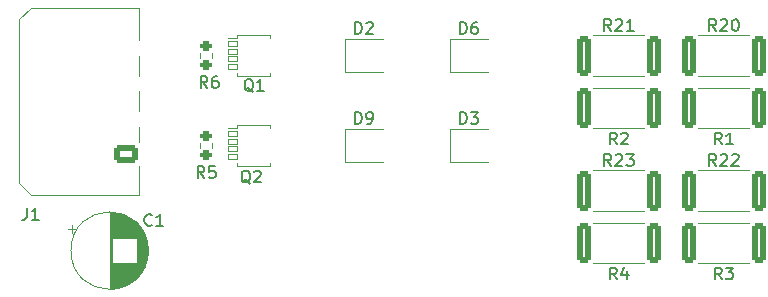
<source format=gto>
%TF.GenerationSoftware,KiCad,Pcbnew,(6.0.5)*%
%TF.CreationDate,2022-06-15T13:59:35+01:00*%
%TF.ProjectId,tsal,7473616c-2e6b-4696-9361-645f70636258,rev?*%
%TF.SameCoordinates,Original*%
%TF.FileFunction,Legend,Top*%
%TF.FilePolarity,Positive*%
%FSLAX46Y46*%
G04 Gerber Fmt 4.6, Leading zero omitted, Abs format (unit mm)*
G04 Created by KiCad (PCBNEW (6.0.5)) date 2022-06-15 13:59:35*
%MOMM*%
%LPD*%
G01*
G04 APERTURE LIST*
G04 Aperture macros list*
%AMRoundRect*
0 Rectangle with rounded corners*
0 $1 Rounding radius*
0 $2 $3 $4 $5 $6 $7 $8 $9 X,Y pos of 4 corners*
0 Add a 4 corners polygon primitive as box body*
4,1,4,$2,$3,$4,$5,$6,$7,$8,$9,$2,$3,0*
0 Add four circle primitives for the rounded corners*
1,1,$1+$1,$2,$3*
1,1,$1+$1,$4,$5*
1,1,$1+$1,$6,$7*
1,1,$1+$1,$8,$9*
0 Add four rect primitives between the rounded corners*
20,1,$1+$1,$2,$3,$4,$5,0*
20,1,$1+$1,$4,$5,$6,$7,0*
20,1,$1+$1,$6,$7,$8,$9,0*
20,1,$1+$1,$8,$9,$2,$3,0*%
%AMFreePoly0*
4,1,43,1.580355,1.210355,1.595000,1.175000,1.595000,0.775000,1.580355,0.739645,1.545000,0.725000,0.975000,0.725000,0.975000,0.575000,1.545000,0.575000,1.580355,0.560355,1.595000,0.525000,1.595000,0.125000,1.580355,0.089645,1.545000,0.075000,0.975000,0.075000,0.975000,-0.075000,1.545000,-0.075000,1.580355,-0.089645,1.595000,-0.125000,1.595000,-0.525000,1.580355,-0.560355,
1.545000,-0.575000,0.975000,-0.575000,0.975000,-0.725000,1.545000,-0.725000,1.580355,-0.739645,1.595000,-0.775000,1.595000,-1.175000,1.580355,-1.210355,1.545000,-1.225000,0.925000,-1.225000,0.889645,-1.210355,0.875000,-1.175000,-0.925000,-1.175000,-0.960355,-1.160355,-0.975000,-1.125000,-0.975000,1.125000,-0.960355,1.160355,-0.925000,1.175000,0.875000,1.175000,0.889645,1.210355,
0.925000,1.225000,1.545000,1.225000,1.580355,1.210355,1.580355,1.210355,$1*%
G04 Aperture macros list end*
%ADD10C,0.150000*%
%ADD11C,0.120000*%
%ADD12C,3.200000*%
%ADD13RoundRect,0.250000X0.362500X1.425000X-0.362500X1.425000X-0.362500X-1.425000X0.362500X-1.425000X0*%
%ADD14RoundRect,0.050000X-0.415000X-0.200000X0.415000X-0.200000X0.415000X0.200000X-0.415000X0.200000X0*%
%ADD15FreePoly0,0.000000*%
%ADD16C,3.000000*%
%ADD17RoundRect,0.250001X0.759999X-0.499999X0.759999X0.499999X-0.759999X0.499999X-0.759999X-0.499999X0*%
%ADD18O,2.020000X1.500000*%
%ADD19RoundRect,0.200000X0.275000X-0.200000X0.275000X0.200000X-0.275000X0.200000X-0.275000X-0.200000X0*%
%ADD20R,1.000000X2.100000*%
%ADD21R,2.100000X2.100000*%
%ADD22R,1.600000X1.600000*%
%ADD23C,1.600000*%
G04 APERTURE END LIST*
D10*
%TO.C,R20*%
X118102142Y-131262380D02*
X117768809Y-130786190D01*
X117530714Y-131262380D02*
X117530714Y-130262380D01*
X117911666Y-130262380D01*
X118006904Y-130310000D01*
X118054523Y-130357619D01*
X118102142Y-130452857D01*
X118102142Y-130595714D01*
X118054523Y-130690952D01*
X118006904Y-130738571D01*
X117911666Y-130786190D01*
X117530714Y-130786190D01*
X118483095Y-130357619D02*
X118530714Y-130310000D01*
X118625952Y-130262380D01*
X118864047Y-130262380D01*
X118959285Y-130310000D01*
X119006904Y-130357619D01*
X119054523Y-130452857D01*
X119054523Y-130548095D01*
X119006904Y-130690952D01*
X118435476Y-131262380D01*
X119054523Y-131262380D01*
X119673571Y-130262380D02*
X119768809Y-130262380D01*
X119864047Y-130310000D01*
X119911666Y-130357619D01*
X119959285Y-130452857D01*
X120006904Y-130643333D01*
X120006904Y-130881428D01*
X119959285Y-131071904D01*
X119911666Y-131167142D01*
X119864047Y-131214761D01*
X119768809Y-131262380D01*
X119673571Y-131262380D01*
X119578333Y-131214761D01*
X119530714Y-131167142D01*
X119483095Y-131071904D01*
X119435476Y-130881428D01*
X119435476Y-130643333D01*
X119483095Y-130452857D01*
X119530714Y-130357619D01*
X119578333Y-130310000D01*
X119673571Y-130262380D01*
%TO.C,Q1*%
X78898761Y-136437619D02*
X78803523Y-136390000D01*
X78708285Y-136294761D01*
X78565428Y-136151904D01*
X78470190Y-136104285D01*
X78374952Y-136104285D01*
X78422571Y-136342380D02*
X78327333Y-136294761D01*
X78232095Y-136199523D01*
X78184476Y-136009047D01*
X78184476Y-135675714D01*
X78232095Y-135485238D01*
X78327333Y-135390000D01*
X78422571Y-135342380D01*
X78613047Y-135342380D01*
X78708285Y-135390000D01*
X78803523Y-135485238D01*
X78851142Y-135675714D01*
X78851142Y-136009047D01*
X78803523Y-136199523D01*
X78708285Y-136294761D01*
X78613047Y-136342380D01*
X78422571Y-136342380D01*
X79803523Y-136342380D02*
X79232095Y-136342380D01*
X79517809Y-136342380D02*
X79517809Y-135342380D01*
X79422571Y-135485238D01*
X79327333Y-135580476D01*
X79232095Y-135628095D01*
%TO.C,J1*%
X59741666Y-146264380D02*
X59741666Y-146978666D01*
X59694047Y-147121523D01*
X59598809Y-147216761D01*
X59455952Y-147264380D01*
X59360714Y-147264380D01*
X60741666Y-147264380D02*
X60170238Y-147264380D01*
X60455952Y-147264380D02*
X60455952Y-146264380D01*
X60360714Y-146407238D01*
X60265476Y-146502476D01*
X60170238Y-146550095D01*
%TO.C,R5*%
X74763333Y-143708380D02*
X74430000Y-143232190D01*
X74191904Y-143708380D02*
X74191904Y-142708380D01*
X74572857Y-142708380D01*
X74668095Y-142756000D01*
X74715714Y-142803619D01*
X74763333Y-142898857D01*
X74763333Y-143041714D01*
X74715714Y-143136952D01*
X74668095Y-143184571D01*
X74572857Y-143232190D01*
X74191904Y-143232190D01*
X75668095Y-142708380D02*
X75191904Y-142708380D01*
X75144285Y-143184571D01*
X75191904Y-143136952D01*
X75287142Y-143089333D01*
X75525238Y-143089333D01*
X75620476Y-143136952D01*
X75668095Y-143184571D01*
X75715714Y-143279809D01*
X75715714Y-143517904D01*
X75668095Y-143613142D01*
X75620476Y-143660761D01*
X75525238Y-143708380D01*
X75287142Y-143708380D01*
X75191904Y-143660761D01*
X75144285Y-143613142D01*
%TO.C,R2*%
X109688333Y-140867380D02*
X109355000Y-140391190D01*
X109116904Y-140867380D02*
X109116904Y-139867380D01*
X109497857Y-139867380D01*
X109593095Y-139915000D01*
X109640714Y-139962619D01*
X109688333Y-140057857D01*
X109688333Y-140200714D01*
X109640714Y-140295952D01*
X109593095Y-140343571D01*
X109497857Y-140391190D01*
X109116904Y-140391190D01*
X110069285Y-139962619D02*
X110116904Y-139915000D01*
X110212142Y-139867380D01*
X110450238Y-139867380D01*
X110545476Y-139915000D01*
X110593095Y-139962619D01*
X110640714Y-140057857D01*
X110640714Y-140153095D01*
X110593095Y-140295952D01*
X110021666Y-140867380D01*
X110640714Y-140867380D01*
%TO.C,D9*%
X87526904Y-139142380D02*
X87526904Y-138142380D01*
X87765000Y-138142380D01*
X87907857Y-138190000D01*
X88003095Y-138285238D01*
X88050714Y-138380476D01*
X88098333Y-138570952D01*
X88098333Y-138713809D01*
X88050714Y-138904285D01*
X88003095Y-138999523D01*
X87907857Y-139094761D01*
X87765000Y-139142380D01*
X87526904Y-139142380D01*
X88574523Y-139142380D02*
X88765000Y-139142380D01*
X88860238Y-139094761D01*
X88907857Y-139047142D01*
X89003095Y-138904285D01*
X89050714Y-138713809D01*
X89050714Y-138332857D01*
X89003095Y-138237619D01*
X88955476Y-138190000D01*
X88860238Y-138142380D01*
X88669761Y-138142380D01*
X88574523Y-138190000D01*
X88526904Y-138237619D01*
X88479285Y-138332857D01*
X88479285Y-138570952D01*
X88526904Y-138666190D01*
X88574523Y-138713809D01*
X88669761Y-138761428D01*
X88860238Y-138761428D01*
X88955476Y-138713809D01*
X89003095Y-138666190D01*
X89050714Y-138570952D01*
%TO.C,R3*%
X118578333Y-152297380D02*
X118245000Y-151821190D01*
X118006904Y-152297380D02*
X118006904Y-151297380D01*
X118387857Y-151297380D01*
X118483095Y-151345000D01*
X118530714Y-151392619D01*
X118578333Y-151487857D01*
X118578333Y-151630714D01*
X118530714Y-151725952D01*
X118483095Y-151773571D01*
X118387857Y-151821190D01*
X118006904Y-151821190D01*
X118911666Y-151297380D02*
X119530714Y-151297380D01*
X119197380Y-151678333D01*
X119340238Y-151678333D01*
X119435476Y-151725952D01*
X119483095Y-151773571D01*
X119530714Y-151868809D01*
X119530714Y-152106904D01*
X119483095Y-152202142D01*
X119435476Y-152249761D01*
X119340238Y-152297380D01*
X119054523Y-152297380D01*
X118959285Y-152249761D01*
X118911666Y-152202142D01*
%TO.C,D3*%
X96416904Y-139142380D02*
X96416904Y-138142380D01*
X96655000Y-138142380D01*
X96797857Y-138190000D01*
X96893095Y-138285238D01*
X96940714Y-138380476D01*
X96988333Y-138570952D01*
X96988333Y-138713809D01*
X96940714Y-138904285D01*
X96893095Y-138999523D01*
X96797857Y-139094761D01*
X96655000Y-139142380D01*
X96416904Y-139142380D01*
X97321666Y-138142380D02*
X97940714Y-138142380D01*
X97607380Y-138523333D01*
X97750238Y-138523333D01*
X97845476Y-138570952D01*
X97893095Y-138618571D01*
X97940714Y-138713809D01*
X97940714Y-138951904D01*
X97893095Y-139047142D01*
X97845476Y-139094761D01*
X97750238Y-139142380D01*
X97464523Y-139142380D01*
X97369285Y-139094761D01*
X97321666Y-139047142D01*
%TO.C,R22*%
X118102142Y-142692380D02*
X117768809Y-142216190D01*
X117530714Y-142692380D02*
X117530714Y-141692380D01*
X117911666Y-141692380D01*
X118006904Y-141740000D01*
X118054523Y-141787619D01*
X118102142Y-141882857D01*
X118102142Y-142025714D01*
X118054523Y-142120952D01*
X118006904Y-142168571D01*
X117911666Y-142216190D01*
X117530714Y-142216190D01*
X118483095Y-141787619D02*
X118530714Y-141740000D01*
X118625952Y-141692380D01*
X118864047Y-141692380D01*
X118959285Y-141740000D01*
X119006904Y-141787619D01*
X119054523Y-141882857D01*
X119054523Y-141978095D01*
X119006904Y-142120952D01*
X118435476Y-142692380D01*
X119054523Y-142692380D01*
X119435476Y-141787619D02*
X119483095Y-141740000D01*
X119578333Y-141692380D01*
X119816428Y-141692380D01*
X119911666Y-141740000D01*
X119959285Y-141787619D01*
X120006904Y-141882857D01*
X120006904Y-141978095D01*
X119959285Y-142120952D01*
X119387857Y-142692380D01*
X120006904Y-142692380D01*
%TO.C,R4*%
X109688333Y-152297380D02*
X109355000Y-151821190D01*
X109116904Y-152297380D02*
X109116904Y-151297380D01*
X109497857Y-151297380D01*
X109593095Y-151345000D01*
X109640714Y-151392619D01*
X109688333Y-151487857D01*
X109688333Y-151630714D01*
X109640714Y-151725952D01*
X109593095Y-151773571D01*
X109497857Y-151821190D01*
X109116904Y-151821190D01*
X110545476Y-151630714D02*
X110545476Y-152297380D01*
X110307380Y-151249761D02*
X110069285Y-151964047D01*
X110688333Y-151964047D01*
%TO.C,R23*%
X109212142Y-142692380D02*
X108878809Y-142216190D01*
X108640714Y-142692380D02*
X108640714Y-141692380D01*
X109021666Y-141692380D01*
X109116904Y-141740000D01*
X109164523Y-141787619D01*
X109212142Y-141882857D01*
X109212142Y-142025714D01*
X109164523Y-142120952D01*
X109116904Y-142168571D01*
X109021666Y-142216190D01*
X108640714Y-142216190D01*
X109593095Y-141787619D02*
X109640714Y-141740000D01*
X109735952Y-141692380D01*
X109974047Y-141692380D01*
X110069285Y-141740000D01*
X110116904Y-141787619D01*
X110164523Y-141882857D01*
X110164523Y-141978095D01*
X110116904Y-142120952D01*
X109545476Y-142692380D01*
X110164523Y-142692380D01*
X110497857Y-141692380D02*
X111116904Y-141692380D01*
X110783571Y-142073333D01*
X110926428Y-142073333D01*
X111021666Y-142120952D01*
X111069285Y-142168571D01*
X111116904Y-142263809D01*
X111116904Y-142501904D01*
X111069285Y-142597142D01*
X111021666Y-142644761D01*
X110926428Y-142692380D01*
X110640714Y-142692380D01*
X110545476Y-142644761D01*
X110497857Y-142597142D01*
%TO.C,R21*%
X109212142Y-131262380D02*
X108878809Y-130786190D01*
X108640714Y-131262380D02*
X108640714Y-130262380D01*
X109021666Y-130262380D01*
X109116904Y-130310000D01*
X109164523Y-130357619D01*
X109212142Y-130452857D01*
X109212142Y-130595714D01*
X109164523Y-130690952D01*
X109116904Y-130738571D01*
X109021666Y-130786190D01*
X108640714Y-130786190D01*
X109593095Y-130357619D02*
X109640714Y-130310000D01*
X109735952Y-130262380D01*
X109974047Y-130262380D01*
X110069285Y-130310000D01*
X110116904Y-130357619D01*
X110164523Y-130452857D01*
X110164523Y-130548095D01*
X110116904Y-130690952D01*
X109545476Y-131262380D01*
X110164523Y-131262380D01*
X111116904Y-131262380D02*
X110545476Y-131262380D01*
X110831190Y-131262380D02*
X110831190Y-130262380D01*
X110735952Y-130405238D01*
X110640714Y-130500476D01*
X110545476Y-130548095D01*
%TO.C,R6*%
X75017333Y-136088380D02*
X74684000Y-135612190D01*
X74445904Y-136088380D02*
X74445904Y-135088380D01*
X74826857Y-135088380D01*
X74922095Y-135136000D01*
X74969714Y-135183619D01*
X75017333Y-135278857D01*
X75017333Y-135421714D01*
X74969714Y-135516952D01*
X74922095Y-135564571D01*
X74826857Y-135612190D01*
X74445904Y-135612190D01*
X75874476Y-135088380D02*
X75684000Y-135088380D01*
X75588761Y-135136000D01*
X75541142Y-135183619D01*
X75445904Y-135326476D01*
X75398285Y-135516952D01*
X75398285Y-135897904D01*
X75445904Y-135993142D01*
X75493523Y-136040761D01*
X75588761Y-136088380D01*
X75779238Y-136088380D01*
X75874476Y-136040761D01*
X75922095Y-135993142D01*
X75969714Y-135897904D01*
X75969714Y-135659809D01*
X75922095Y-135564571D01*
X75874476Y-135516952D01*
X75779238Y-135469333D01*
X75588761Y-135469333D01*
X75493523Y-135516952D01*
X75445904Y-135564571D01*
X75398285Y-135659809D01*
%TO.C,R1*%
X118578333Y-140867380D02*
X118245000Y-140391190D01*
X118006904Y-140867380D02*
X118006904Y-139867380D01*
X118387857Y-139867380D01*
X118483095Y-139915000D01*
X118530714Y-139962619D01*
X118578333Y-140057857D01*
X118578333Y-140200714D01*
X118530714Y-140295952D01*
X118483095Y-140343571D01*
X118387857Y-140391190D01*
X118006904Y-140391190D01*
X119530714Y-140867380D02*
X118959285Y-140867380D01*
X119245000Y-140867380D02*
X119245000Y-139867380D01*
X119149761Y-140010238D01*
X119054523Y-140105476D01*
X118959285Y-140153095D01*
%TO.C,Q2*%
X78644761Y-144184619D02*
X78549523Y-144137000D01*
X78454285Y-144041761D01*
X78311428Y-143898904D01*
X78216190Y-143851285D01*
X78120952Y-143851285D01*
X78168571Y-144089380D02*
X78073333Y-144041761D01*
X77978095Y-143946523D01*
X77930476Y-143756047D01*
X77930476Y-143422714D01*
X77978095Y-143232238D01*
X78073333Y-143137000D01*
X78168571Y-143089380D01*
X78359047Y-143089380D01*
X78454285Y-143137000D01*
X78549523Y-143232238D01*
X78597142Y-143422714D01*
X78597142Y-143756047D01*
X78549523Y-143946523D01*
X78454285Y-144041761D01*
X78359047Y-144089380D01*
X78168571Y-144089380D01*
X78978095Y-143184619D02*
X79025714Y-143137000D01*
X79120952Y-143089380D01*
X79359047Y-143089380D01*
X79454285Y-143137000D01*
X79501904Y-143184619D01*
X79549523Y-143279857D01*
X79549523Y-143375095D01*
X79501904Y-143517952D01*
X78930476Y-144089380D01*
X79549523Y-144089380D01*
%TO.C,C1*%
X70318333Y-147677142D02*
X70270714Y-147724761D01*
X70127857Y-147772380D01*
X70032619Y-147772380D01*
X69889761Y-147724761D01*
X69794523Y-147629523D01*
X69746904Y-147534285D01*
X69699285Y-147343809D01*
X69699285Y-147200952D01*
X69746904Y-147010476D01*
X69794523Y-146915238D01*
X69889761Y-146820000D01*
X70032619Y-146772380D01*
X70127857Y-146772380D01*
X70270714Y-146820000D01*
X70318333Y-146867619D01*
X71270714Y-147772380D02*
X70699285Y-147772380D01*
X70985000Y-147772380D02*
X70985000Y-146772380D01*
X70889761Y-146915238D01*
X70794523Y-147010476D01*
X70699285Y-147058095D01*
%TO.C,D2*%
X87526904Y-131522380D02*
X87526904Y-130522380D01*
X87765000Y-130522380D01*
X87907857Y-130570000D01*
X88003095Y-130665238D01*
X88050714Y-130760476D01*
X88098333Y-130950952D01*
X88098333Y-131093809D01*
X88050714Y-131284285D01*
X88003095Y-131379523D01*
X87907857Y-131474761D01*
X87765000Y-131522380D01*
X87526904Y-131522380D01*
X88479285Y-130617619D02*
X88526904Y-130570000D01*
X88622142Y-130522380D01*
X88860238Y-130522380D01*
X88955476Y-130570000D01*
X89003095Y-130617619D01*
X89050714Y-130712857D01*
X89050714Y-130808095D01*
X89003095Y-130950952D01*
X88431666Y-131522380D01*
X89050714Y-131522380D01*
%TO.C,D6*%
X96416904Y-131522380D02*
X96416904Y-130522380D01*
X96655000Y-130522380D01*
X96797857Y-130570000D01*
X96893095Y-130665238D01*
X96940714Y-130760476D01*
X96988333Y-130950952D01*
X96988333Y-131093809D01*
X96940714Y-131284285D01*
X96893095Y-131379523D01*
X96797857Y-131474761D01*
X96655000Y-131522380D01*
X96416904Y-131522380D01*
X97845476Y-130522380D02*
X97655000Y-130522380D01*
X97559761Y-130570000D01*
X97512142Y-130617619D01*
X97416904Y-130760476D01*
X97369285Y-130950952D01*
X97369285Y-131331904D01*
X97416904Y-131427142D01*
X97464523Y-131474761D01*
X97559761Y-131522380D01*
X97750238Y-131522380D01*
X97845476Y-131474761D01*
X97893095Y-131427142D01*
X97940714Y-131331904D01*
X97940714Y-131093809D01*
X97893095Y-130998571D01*
X97845476Y-130950952D01*
X97750238Y-130903333D01*
X97559761Y-130903333D01*
X97464523Y-130950952D01*
X97416904Y-130998571D01*
X97369285Y-131093809D01*
D11*
%TO.C,R20*%
X120922064Y-131640000D02*
X116567936Y-131640000D01*
X120922064Y-135060000D02*
X116567936Y-135060000D01*
%TO.C,Q1*%
X77520000Y-131580000D02*
X77520000Y-131875000D01*
X80360000Y-131580000D02*
X77520000Y-131580000D01*
X77520000Y-135120000D02*
X80360000Y-135120000D01*
X76790000Y-131875000D02*
X77520000Y-131875000D01*
X80360000Y-131875000D02*
X80360000Y-131580000D01*
X80360000Y-135120000D02*
X80360000Y-134825000D01*
X77520000Y-134825000D02*
X77520000Y-135120000D01*
%TO.C,J1*%
X60075000Y-145150000D02*
X59075000Y-144150000D01*
X69195000Y-140705000D02*
X69195000Y-139366767D01*
X69195000Y-138063233D02*
X69195000Y-136366767D01*
X69195000Y-145150000D02*
X60075000Y-145150000D01*
X59075000Y-144150000D02*
X59075000Y-130280000D01*
X60075000Y-129280000D02*
X69195000Y-129280000D01*
X59075000Y-130280000D02*
X60075000Y-129280000D01*
X69195000Y-135063233D02*
X69195000Y-133366767D01*
X69195000Y-145150000D02*
X69195000Y-142725000D01*
X69195000Y-129280000D02*
X69195000Y-132063233D01*
%TO.C,R5*%
X74407500Y-141207258D02*
X74407500Y-140732742D01*
X75452500Y-141207258D02*
X75452500Y-140732742D01*
%TO.C,R2*%
X112032064Y-139505000D02*
X107677936Y-139505000D01*
X112032064Y-136085000D02*
X107677936Y-136085000D01*
%TO.C,D9*%
X86665000Y-142370000D02*
X89865000Y-142370000D01*
X89865000Y-139570000D02*
X86665000Y-139570000D01*
X86665000Y-139570000D02*
X86665000Y-142370000D01*
%TO.C,R3*%
X120922064Y-150935000D02*
X116567936Y-150935000D01*
X120922064Y-147515000D02*
X116567936Y-147515000D01*
%TO.C,D3*%
X95555000Y-139570000D02*
X95555000Y-142370000D01*
X95555000Y-142370000D02*
X98755000Y-142370000D01*
X98755000Y-139570000D02*
X95555000Y-139570000D01*
%TO.C,R22*%
X120922064Y-143070000D02*
X116567936Y-143070000D01*
X120922064Y-146490000D02*
X116567936Y-146490000D01*
%TO.C,R4*%
X112032064Y-147515000D02*
X107677936Y-147515000D01*
X112032064Y-150935000D02*
X107677936Y-150935000D01*
%TO.C,R23*%
X112032064Y-143070000D02*
X107677936Y-143070000D01*
X112032064Y-146490000D02*
X107677936Y-146490000D01*
%TO.C,R21*%
X112032064Y-131640000D02*
X107677936Y-131640000D01*
X112032064Y-135060000D02*
X107677936Y-135060000D01*
%TO.C,R6*%
X74407500Y-133587258D02*
X74407500Y-133112742D01*
X75452500Y-133587258D02*
X75452500Y-133112742D01*
%TO.C,R1*%
X120922064Y-136085000D02*
X116567936Y-136085000D01*
X120922064Y-139505000D02*
X116567936Y-139505000D01*
%TO.C,Q2*%
X76790000Y-139495000D02*
X77520000Y-139495000D01*
X80360000Y-142740000D02*
X80360000Y-142445000D01*
X77520000Y-139200000D02*
X77520000Y-139495000D01*
X77520000Y-142740000D02*
X80360000Y-142740000D01*
X77520000Y-142445000D02*
X77520000Y-142740000D01*
X80360000Y-139495000D02*
X80360000Y-139200000D01*
X80360000Y-139200000D02*
X77520000Y-139200000D01*
%TO.C,C1*%
X66742621Y-146630000D02*
X66742621Y-153090000D01*
X67663621Y-146762000D02*
X67663621Y-148820000D01*
X68463621Y-150900000D02*
X68463621Y-152602000D01*
X68743621Y-150900000D02*
X68743621Y-152408000D01*
X67623621Y-146750000D02*
X67623621Y-148820000D01*
X68783621Y-147344000D02*
X68783621Y-148820000D01*
X67863621Y-150900000D02*
X67863621Y-152893000D01*
X69223621Y-147768000D02*
X69223621Y-151952000D01*
X69463621Y-148084000D02*
X69463621Y-151636000D01*
X68223621Y-146984000D02*
X68223621Y-148820000D01*
X67823621Y-146813000D02*
X67823621Y-148820000D01*
X68703621Y-150900000D02*
X68703621Y-152438000D01*
X68863621Y-150900000D02*
X68863621Y-152310000D01*
X68103621Y-146926000D02*
X68103621Y-148820000D01*
X68143621Y-150900000D02*
X68143621Y-152776000D01*
X67182621Y-150900000D02*
X67182621Y-153061000D01*
X67262621Y-150900000D02*
X67262621Y-153049000D01*
X67342621Y-150900000D02*
X67342621Y-153035000D01*
X68623621Y-150900000D02*
X68623621Y-152496000D01*
X68983621Y-150900000D02*
X68983621Y-152203000D01*
X69103621Y-147636000D02*
X69103621Y-152084000D01*
X67743621Y-150900000D02*
X67743621Y-152934000D01*
X68383621Y-150900000D02*
X68383621Y-152650000D01*
X67903621Y-146842000D02*
X67903621Y-148820000D01*
X68823621Y-150900000D02*
X68823621Y-152344000D01*
X68183621Y-146964000D02*
X68183621Y-148820000D01*
X68463621Y-147118000D02*
X68463621Y-148820000D01*
X67382621Y-150900000D02*
X67382621Y-153027000D01*
X69023621Y-150900000D02*
X69023621Y-152165000D01*
X68423621Y-150900000D02*
X68423621Y-152626000D01*
X63242380Y-148021000D02*
X63872380Y-148021000D01*
X67903621Y-150900000D02*
X67903621Y-152878000D01*
X67382621Y-146693000D02*
X67382621Y-148820000D01*
X67302621Y-150900000D02*
X67302621Y-153042000D01*
X68143621Y-146944000D02*
X68143621Y-148820000D01*
X68663621Y-150900000D02*
X68663621Y-152467000D01*
X68623621Y-147224000D02*
X68623621Y-148820000D01*
X67983621Y-150900000D02*
X67983621Y-152846000D01*
X67262621Y-146671000D02*
X67262621Y-148820000D01*
X69183621Y-147723000D02*
X69183621Y-151997000D01*
X67503621Y-150900000D02*
X67503621Y-153001000D01*
X67543621Y-146729000D02*
X67543621Y-148820000D01*
X68423621Y-147094000D02*
X68423621Y-148820000D01*
X68263621Y-150900000D02*
X68263621Y-152716000D01*
X66982621Y-150900000D02*
X66982621Y-153082000D01*
X67022621Y-150900000D02*
X67022621Y-153078000D01*
X67222621Y-150900000D02*
X67222621Y-153055000D01*
X63557380Y-147706000D02*
X63557380Y-148336000D01*
X68303621Y-147026000D02*
X68303621Y-148820000D01*
X69303621Y-147865000D02*
X69303621Y-151855000D01*
X67142621Y-150900000D02*
X67142621Y-153066000D01*
X67182621Y-146659000D02*
X67182621Y-148820000D01*
X68543621Y-150900000D02*
X68543621Y-152550000D01*
X66822621Y-146630000D02*
X66822621Y-153090000D01*
X67663621Y-150900000D02*
X67663621Y-152958000D01*
X67783621Y-150900000D02*
X67783621Y-152921000D01*
X69343621Y-147916000D02*
X69343621Y-151804000D01*
X68503621Y-150900000D02*
X68503621Y-152576000D01*
X67823621Y-150900000D02*
X67823621Y-152907000D01*
X69583621Y-148279000D02*
X69583621Y-151441000D01*
X67302621Y-146678000D02*
X67302621Y-148820000D01*
X67062621Y-146645000D02*
X67062621Y-148820000D01*
X67222621Y-146665000D02*
X67222621Y-148820000D01*
X69383621Y-147970000D02*
X69383621Y-151750000D01*
X67422621Y-146701000D02*
X67422621Y-148820000D01*
X68383621Y-147070000D02*
X68383621Y-148820000D01*
X69623621Y-148351000D02*
X69623621Y-151369000D01*
X68943621Y-150900000D02*
X68943621Y-152240000D01*
X68223621Y-150900000D02*
X68223621Y-152736000D01*
X67583621Y-150900000D02*
X67583621Y-152981000D01*
X67342621Y-146685000D02*
X67342621Y-148820000D01*
X68263621Y-147004000D02*
X68263621Y-148820000D01*
X67743621Y-146786000D02*
X67743621Y-148820000D01*
X68343621Y-147048000D02*
X68343621Y-148820000D01*
X67863621Y-146827000D02*
X67863621Y-148820000D01*
X68023621Y-146890000D02*
X68023621Y-148820000D01*
X68663621Y-147253000D02*
X68663621Y-148820000D01*
X68343621Y-150900000D02*
X68343621Y-152672000D01*
X66982621Y-146638000D02*
X66982621Y-148820000D01*
X69743621Y-148598000D02*
X69743621Y-151122000D01*
X68063621Y-150900000D02*
X68063621Y-152812000D01*
X67142621Y-146654000D02*
X67142621Y-148820000D01*
X69423621Y-148026000D02*
X69423621Y-151694000D01*
X67102621Y-150900000D02*
X67102621Y-153071000D01*
X66902621Y-146633000D02*
X66902621Y-153087000D01*
X67703621Y-146774000D02*
X67703621Y-148820000D01*
X68103621Y-150900000D02*
X68103621Y-152794000D01*
X68823621Y-147376000D02*
X68823621Y-148820000D01*
X69663621Y-148428000D02*
X69663621Y-151292000D01*
X68023621Y-150900000D02*
X68023621Y-152830000D01*
X68063621Y-146908000D02*
X68063621Y-148820000D01*
X66862621Y-146632000D02*
X66862621Y-153088000D01*
X67422621Y-150900000D02*
X67422621Y-153019000D01*
X67983621Y-146874000D02*
X67983621Y-148820000D01*
X69823621Y-148801000D02*
X69823621Y-150919000D01*
X68863621Y-147410000D02*
X68863621Y-148820000D01*
X67022621Y-146642000D02*
X67022621Y-148820000D01*
X68943621Y-147480000D02*
X68943621Y-148820000D01*
X67102621Y-146649000D02*
X67102621Y-148820000D01*
X69543621Y-148210000D02*
X69543621Y-151510000D01*
X69023621Y-147555000D02*
X69023621Y-148820000D01*
X69263621Y-147816000D02*
X69263621Y-151904000D01*
X67623621Y-150900000D02*
X67623621Y-152970000D01*
X67463621Y-146710000D02*
X67463621Y-148820000D01*
X67463621Y-150900000D02*
X67463621Y-153010000D01*
X67543621Y-150900000D02*
X67543621Y-152991000D01*
X66942621Y-146636000D02*
X66942621Y-153084000D01*
X69143621Y-147678000D02*
X69143621Y-152042000D01*
X68703621Y-147282000D02*
X68703621Y-148820000D01*
X68583621Y-150900000D02*
X68583621Y-152524000D01*
X69063621Y-147595000D02*
X69063621Y-152125000D01*
X68303621Y-150900000D02*
X68303621Y-152694000D01*
X68903621Y-150900000D02*
X68903621Y-152276000D01*
X69863621Y-148920000D02*
X69863621Y-150800000D01*
X68743621Y-147312000D02*
X68743621Y-148820000D01*
X68543621Y-147170000D02*
X68543621Y-148820000D01*
X67943621Y-146858000D02*
X67943621Y-148820000D01*
X69503621Y-148146000D02*
X69503621Y-151574000D01*
X66782621Y-146630000D02*
X66782621Y-153090000D01*
X68903621Y-147444000D02*
X68903621Y-148820000D01*
X69943621Y-149227000D02*
X69943621Y-150493000D01*
X68983621Y-147517000D02*
X68983621Y-148820000D01*
X67943621Y-150900000D02*
X67943621Y-152862000D01*
X68183621Y-150900000D02*
X68183621Y-152756000D01*
X69703621Y-148510000D02*
X69703621Y-151210000D01*
X69783621Y-148695000D02*
X69783621Y-151025000D01*
X69983621Y-149458000D02*
X69983621Y-150262000D01*
X67062621Y-150900000D02*
X67062621Y-153075000D01*
X68503621Y-147144000D02*
X68503621Y-148820000D01*
X67783621Y-146799000D02*
X67783621Y-148820000D01*
X67583621Y-146739000D02*
X67583621Y-148820000D01*
X68783621Y-150900000D02*
X68783621Y-152376000D01*
X69903621Y-149058000D02*
X69903621Y-150662000D01*
X67503621Y-146719000D02*
X67503621Y-148820000D01*
X68583621Y-147196000D02*
X68583621Y-148820000D01*
X67703621Y-150900000D02*
X67703621Y-152946000D01*
X70012621Y-149860000D02*
G75*
G03*
X70012621Y-149860000I-3270000J0D01*
G01*
%TO.C,D2*%
X86665000Y-131950000D02*
X86665000Y-134750000D01*
X86665000Y-134750000D02*
X89865000Y-134750000D01*
X89865000Y-131950000D02*
X86665000Y-131950000D01*
%TO.C,D6*%
X95555000Y-131950000D02*
X95555000Y-134750000D01*
X98755000Y-131950000D02*
X95555000Y-131950000D01*
X95555000Y-134750000D02*
X98755000Y-134750000D01*
%TD*%
%LPC*%
D12*
%TO.C,REF\u002A\u002A*%
X125250000Y-128000000D03*
%TD*%
%TO.C,REF\u002A\u002A*%
X83250000Y-148750000D03*
%TD*%
D13*
%TO.C,R20*%
X121707500Y-133350000D03*
X115782500Y-133350000D03*
%TD*%
D14*
%TO.C,Q1*%
X77205000Y-132375000D03*
X77205000Y-133025000D03*
X77205000Y-133675000D03*
X77205000Y-134325000D03*
D15*
X79145000Y-133350000D03*
%TD*%
D16*
%TO.C,J1*%
X63785000Y-134865000D03*
X63785000Y-139565000D03*
D17*
X68105000Y-141715000D03*
D18*
X68105000Y-138715000D03*
X68105000Y-135715000D03*
X68105000Y-132715000D03*
%TD*%
D19*
%TO.C,R5*%
X74930000Y-141795000D03*
X74930000Y-140145000D03*
%TD*%
D13*
%TO.C,R2*%
X112817500Y-137795000D03*
X106892500Y-137795000D03*
%TD*%
D20*
%TO.C,D9*%
X87565000Y-140970000D03*
D21*
X89515000Y-140970000D03*
%TD*%
D13*
%TO.C,R3*%
X121707500Y-149225000D03*
X115782500Y-149225000D03*
%TD*%
D20*
%TO.C,D3*%
X96455000Y-140970000D03*
D21*
X98405000Y-140970000D03*
%TD*%
D13*
%TO.C,R22*%
X121707500Y-144780000D03*
X115782500Y-144780000D03*
%TD*%
%TO.C,R4*%
X112817500Y-149225000D03*
X106892500Y-149225000D03*
%TD*%
%TO.C,R23*%
X112817500Y-144780000D03*
X106892500Y-144780000D03*
%TD*%
%TO.C,R21*%
X112817500Y-133350000D03*
X106892500Y-133350000D03*
%TD*%
D19*
%TO.C,R6*%
X74930000Y-134175000D03*
X74930000Y-132525000D03*
%TD*%
D13*
%TO.C,R1*%
X121707500Y-137795000D03*
X115782500Y-137795000D03*
%TD*%
D14*
%TO.C,Q2*%
X77205000Y-139995000D03*
X77205000Y-140645000D03*
X77205000Y-141295000D03*
X77205000Y-141945000D03*
D15*
X79145000Y-140970000D03*
%TD*%
D22*
%TO.C,C1*%
X65492621Y-149860000D03*
D23*
X67992621Y-149860000D03*
%TD*%
D20*
%TO.C,D2*%
X87565000Y-133350000D03*
D21*
X89515000Y-133350000D03*
%TD*%
D20*
%TO.C,D6*%
X96455000Y-133350000D03*
D21*
X98405000Y-133350000D03*
%TD*%
M02*

</source>
